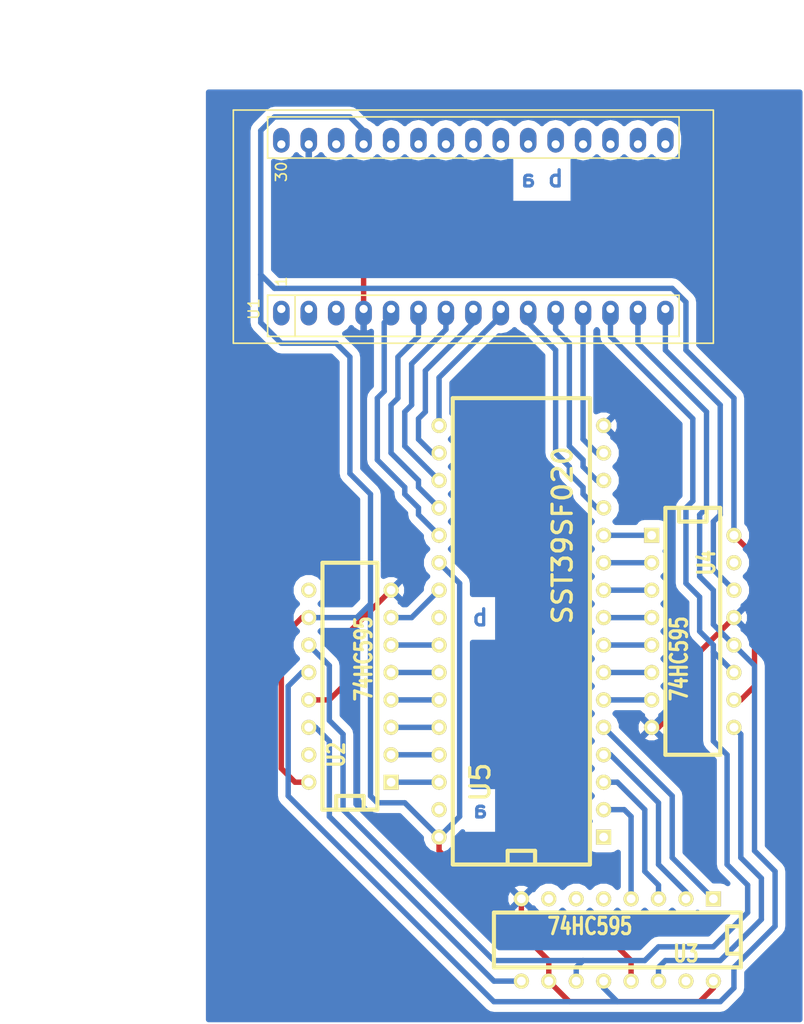
<source format=kicad_pcb>
(kicad_pcb (version 4) (host pcbnew 4.0.5+dfsg1-4)

  (general
    (links 53)
    (no_connects 3)
    (area 9.295001 13.81 83.820001 107.950001)
    (thickness 1.6)
    (drawings 6)
    (tracks 223)
    (zones 0)
    (modules 5)
    (nets 36)
  )

  (page A4 portrait)
  (layers
    (0 F.Cu signal hide)
    (31 B.Cu signal)
    (32 B.Adhes user)
    (33 F.Adhes user)
    (34 B.Paste user)
    (35 F.Paste user)
    (36 B.SilkS user)
    (37 F.SilkS user)
    (38 B.Mask user)
    (39 F.Mask user)
    (40 Dwgs.User user)
    (41 Cmts.User user)
    (42 Eco1.User user)
    (43 Eco2.User user)
    (44 Edge.Cuts user)
    (45 Margin user)
    (46 B.CrtYd user)
    (47 F.CrtYd user)
    (48 B.Fab user)
    (49 F.Fab user)
  )

  (setup
    (last_trace_width 0.5)
    (trace_clearance 0.5)
    (zone_clearance 0.7)
    (zone_45_only yes)
    (trace_min 0.2)
    (segment_width 0.2)
    (edge_width 0.15)
    (via_size 0.6)
    (via_drill 0.4)
    (via_min_size 0.4)
    (via_min_drill 0.3)
    (uvia_size 0.3)
    (uvia_drill 0.1)
    (uvias_allowed no)
    (uvia_min_size 0.2)
    (uvia_min_drill 0.1)
    (pcb_text_width 0.3)
    (pcb_text_size 1.5 1.5)
    (mod_edge_width 0.15)
    (mod_text_size 1 1)
    (mod_text_width 0.15)
    (pad_size 1.524 1.524)
    (pad_drill 0.762)
    (pad_to_mask_clearance 0.2)
    (aux_axis_origin 0 0)
    (visible_elements FFFFFFFF)
    (pcbplotparams
      (layerselection 0x00000_80000000)
      (usegerberextensions false)
      (excludeedgelayer true)
      (linewidth 0.100000)
      (plotframeref true)
      (viasonmask false)
      (mode 1)
      (useauxorigin false)
      (hpglpennumber 1)
      (hpglpenspeed 20)
      (hpglpendiameter 15)
      (hpglpenoverlay 2)
      (psnegative false)
      (psa4output false)
      (plotreference true)
      (plotvalue true)
      (plotinvisibletext false)
      (padsonsilk false)
      (subtractmaskfromsilk false)
      (outputformat 4)
      (mirror false)
      (drillshape 1)
      (scaleselection 1)
      (outputdirectory /home/flo/Code/romprogrammer/board/))
  )

  (net 0 "")
  (net 1 OE)
  (net 2 PGM)
  (net 3 GND)
  (net 4 VCC)
  (net 5 "Net-(U1-Pad15)")
  (net 6 /D0)
  (net 7 /D1)
  (net 8 /D2)
  (net 9 /D7)
  (net 10 /D6)
  (net 11 /D5)
  (net 12 /D4)
  (net 13 /D3)
  (net 14 /A16)
  (net 15 /A15)
  (net 16 /A14)
  (net 17 /A13)
  (net 18 /A12)
  (net 19 /A11)
  (net 20 /A10)
  (net 21 /A17)
  (net 22 /A8)
  (net 23 /A7)
  (net 24 /A6)
  (net 25 /A5)
  (net 26 /A4)
  (net 27 /A3)
  (net 28 /A2)
  (net 29 /A9)
  (net 30 /A0)
  (net 31 /A1)
  (net 32 "Net-(U2-Pad14)")
  (net 33 "Net-(U3-Pad14)")
  (net 34 /SRCLK)
  (net 35 /RCLK)

  (net_class Default "This is the default net class."
    (clearance 0.5)
    (trace_width 0.5)
    (via_dia 0.6)
    (via_drill 0.4)
    (uvia_dia 0.3)
    (uvia_drill 0.1)
    (add_net /A0)
    (add_net /A1)
    (add_net /A10)
    (add_net /A11)
    (add_net /A12)
    (add_net /A13)
    (add_net /A14)
    (add_net /A15)
    (add_net /A16)
    (add_net /A17)
    (add_net /A2)
    (add_net /A3)
    (add_net /A4)
    (add_net /A5)
    (add_net /A6)
    (add_net /A7)
    (add_net /A8)
    (add_net /A9)
    (add_net /D0)
    (add_net /D1)
    (add_net /D2)
    (add_net /D3)
    (add_net /D4)
    (add_net /D5)
    (add_net /D6)
    (add_net /D7)
    (add_net /RCLK)
    (add_net /SRCLK)
    (add_net GND)
    (add_net "Net-(U1-Pad15)")
    (add_net "Net-(U2-Pad14)")
    (add_net "Net-(U3-Pad14)")
    (add_net OE)
    (add_net PGM)
    (add_net VCC)
  )

  (module arduinonano:ARDUINO_NANO_V3 (layer F.Cu) (tedit 58D9053B) (tstamp 58D90A98)
    (at 52.705 33.655 90)
    (path /58D90093)
    (fp_text reference U1 (at -8.255 -19.685 90) (layer F.SilkS)
      (effects (font (size 1 1) (thickness 0.15)))
    )
    (fp_text value ARDUINO_NANO_V3 (at -0.635 21.59 90) (layer F.Fab)
      (effects (font (size 1 1) (thickness 0.15)))
    )
    (fp_line (start -11.43 -21.59) (end -11.43 22.86) (layer F.SilkS) (width 0.15))
    (fp_line (start -11.43 22.86) (end 10.16 22.86) (layer F.SilkS) (width 0.15))
    (fp_line (start 10.16 22.86) (end 10.16 -21.59) (layer F.SilkS) (width 0.15))
    (fp_line (start 10.16 -21.59) (end -11.43 -21.59) (layer F.SilkS) (width 0.15))
    (fp_text user 30 (at 4.445 -17.145 90) (layer F.SilkS)
      (effects (font (size 1 1) (thickness 0.15)))
    )
    (fp_text user 1 (at -5.715 -17.145 90) (layer F.SilkS)
      (effects (font (size 1 1) (thickness 0.15)))
    )
    (fp_line (start -10.795 -15.875) (end -6.985 -15.875) (layer F.SilkS) (width 0.15))
    (fp_line (start 5.715 -18.415) (end 5.715 19.685) (layer F.SilkS) (width 0.15))
    (fp_line (start 5.715 19.685) (end 9.525 19.685) (layer F.SilkS) (width 0.15))
    (fp_line (start 9.525 19.685) (end 9.525 -18.415) (layer F.SilkS) (width 0.15))
    (fp_line (start 9.525 -18.415) (end 5.715 -18.415) (layer F.SilkS) (width 0.15))
    (fp_line (start -10.795 -18.415) (end -6.985 -18.415) (layer F.SilkS) (width 0.15))
    (fp_line (start -6.985 -18.415) (end -6.985 19.685) (layer F.SilkS) (width 0.15))
    (fp_line (start -6.985 19.685) (end -10.795 19.685) (layer F.SilkS) (width 0.15))
    (fp_line (start -10.795 19.685) (end -10.795 -18.415) (layer F.SilkS) (width 0.15))
    (pad 16 thru_hole oval (at 6.985 18.415 90) (size 2.286 1.524) (drill 0.762 (offset 0.381 0)) (layers *.Cu *.Mask))
    (pad 17 thru_hole oval (at 6.985 15.875 90) (size 2.286 1.524) (drill 0.762 (offset 0.381 0)) (layers *.Cu *.Mask))
    (pad 18 thru_hole oval (at 6.985 13.335 90) (size 2.286 1.524) (drill 0.762 (offset 0.381 0)) (layers *.Cu *.Mask))
    (pad 19 thru_hole oval (at 6.985 10.795 90) (size 2.286 1.524) (drill 0.762 (offset 0.381 0)) (layers *.Cu *.Mask))
    (pad 20 thru_hole oval (at 6.985 8.255 90) (size 2.286 1.524) (drill 0.762 (offset 0.381 0)) (layers *.Cu *.Mask)
      (net 1 OE))
    (pad 21 thru_hole oval (at 6.985 5.715 90) (size 2.286 1.524) (drill 0.762 (offset 0.381 0)) (layers *.Cu *.Mask)
      (net 2 PGM))
    (pad 22 thru_hole oval (at 6.985 3.175 90) (size 2.286 1.524) (drill 0.762 (offset 0.381 0)) (layers *.Cu *.Mask))
    (pad 23 thru_hole oval (at 6.985 0.635 90) (size 2.286 1.524) (drill 0.762 (offset 0.381 0)) (layers *.Cu *.Mask))
    (pad 24 thru_hole oval (at 6.985 -1.905 90) (size 2.286 1.524) (drill 0.762 (offset 0.381 0)) (layers *.Cu *.Mask))
    (pad 25 thru_hole oval (at 6.985 -4.445 90) (size 2.286 1.524) (drill 0.762 (offset 0.381 0)) (layers *.Cu *.Mask))
    (pad 26 thru_hole oval (at 6.985 -6.985 90) (size 2.286 1.524) (drill 0.762 (offset 0.381 0)) (layers *.Cu *.Mask))
    (pad 27 thru_hole oval (at 6.985 -9.525 90) (size 2.286 1.524) (drill 0.762 (offset 0.381 0)) (layers *.Cu *.Mask)
      (net 4 VCC))
    (pad 28 thru_hole oval (at 6.985 -12.065 90) (size 2.286 1.524) (drill 0.762 (offset 0.381 0)) (layers *.Cu *.Mask))
    (pad 29 thru_hole oval (at 6.985 -14.605 90) (size 2.286 1.524) (drill 0.762 (offset 0.381 0)) (layers *.Cu *.Mask)
      (net 3 GND))
    (pad 30 thru_hole oval (at 6.985 -17.145 90) (size 2.286 1.524) (drill 0.762 (offset 0.381 0)) (layers *.Cu *.Mask))
    (pad 1 thru_hole oval (at -8.255 -17.145 90) (size 2.286 1.524) (drill 0.762 (offset -0.381 0)) (layers *.Cu *.Mask))
    (pad 2 thru_hole oval (at -8.255 -14.605 90) (size 2.286 1.524) (drill 0.762 (offset -0.381 0)) (layers *.Cu *.Mask))
    (pad 3 thru_hole oval (at -8.255 -12.065 90) (size 2.286 1.524) (drill 0.762 (offset -0.381 0)) (layers *.Cu *.Mask))
    (pad 4 thru_hole oval (at -8.255 -9.525 90) (size 2.286 1.524) (drill 0.762 (offset -0.381 0)) (layers *.Cu *.Mask)
      (net 3 GND))
    (pad 15 thru_hole oval (at -8.255 18.415 90) (size 2.286 1.524) (drill 0.762 (offset -0.381 0)) (layers *.Cu *.Mask)
      (net 5 "Net-(U1-Pad15)"))
    (pad 5 thru_hole oval (at -8.255 -6.985 90) (size 2.286 1.524) (drill 0.762 (offset -0.381 0)) (layers *.Cu *.Mask)
      (net 9 /D7))
    (pad 6 thru_hole oval (at -8.255 -4.445 90) (size 2.286 1.524) (drill 0.762 (offset -0.381 0)) (layers *.Cu *.Mask)
      (net 10 /D6))
    (pad 7 thru_hole oval (at -8.255 -1.905 90) (size 2.286 1.524) (drill 0.762 (offset -0.381 0)) (layers *.Cu *.Mask)
      (net 11 /D5))
    (pad 14 thru_hole oval (at -8.255 15.875 90) (size 2.286 1.524) (drill 0.762 (offset -0.381 0)) (layers *.Cu *.Mask)
      (net 35 /RCLK))
    (pad 13 thru_hole oval (at -8.255 13.335 90) (size 2.286 1.524) (drill 0.762 (offset -0.381 0)) (layers *.Cu *.Mask)
      (net 34 /SRCLK))
    (pad 12 thru_hole oval (at -8.255 10.795 90) (size 2.286 1.524) (drill 0.762 (offset -0.381 0)) (layers *.Cu *.Mask)
      (net 8 /D2))
    (pad 11 thru_hole oval (at -8.255 8.255 90) (size 2.286 1.524) (drill 0.762 (offset -0.381 0)) (layers *.Cu *.Mask)
      (net 7 /D1))
    (pad 10 thru_hole oval (at -8.255 5.715 90) (size 2.286 1.524) (drill 0.762 (offset -0.381 0)) (layers *.Cu *.Mask)
      (net 6 /D0))
    (pad 9 thru_hole oval (at -8.255 3.175 90) (size 2.286 1.524) (drill 0.762 (offset -0.381 0)) (layers *.Cu *.Mask)
      (net 13 /D3))
    (pad 8 thru_hole oval (at -8.255 0.635 90) (size 2.286 1.524) (drill 0.762 (offset -0.381 0)) (layers *.Cu *.Mask)
      (net 12 /D4))
  )

  (module dip_sockets:DIP-16__300 (layer F.Cu) (tedit 200000) (tstamp 58D90AAC)
    (at 41.91 76.835 90)
    (descr "16 pins DIL package, round pads")
    (tags DIL)
    (path /58D8FCD1)
    (fp_text reference U2 (at -6.35 -1.27 90) (layer F.SilkS)
      (effects (font (size 1.524 1.143) (thickness 0.3048)))
    )
    (fp_text value 74HC595 (at 2.54 1.27 90) (layer F.SilkS)
      (effects (font (size 1.524 1.143) (thickness 0.3048)))
    )
    (fp_line (start -11.43 -1.27) (end -11.43 -1.27) (layer F.SilkS) (width 0.381))
    (fp_line (start -11.43 -1.27) (end -10.16 -1.27) (layer F.SilkS) (width 0.381))
    (fp_line (start -10.16 -1.27) (end -10.16 1.27) (layer F.SilkS) (width 0.381))
    (fp_line (start -10.16 1.27) (end -11.43 1.27) (layer F.SilkS) (width 0.381))
    (fp_line (start -11.43 -2.54) (end 11.43 -2.54) (layer F.SilkS) (width 0.381))
    (fp_line (start 11.43 -2.54) (end 11.43 2.54) (layer F.SilkS) (width 0.381))
    (fp_line (start 11.43 2.54) (end -11.43 2.54) (layer F.SilkS) (width 0.381))
    (fp_line (start -11.43 2.54) (end -11.43 -2.54) (layer F.SilkS) (width 0.381))
    (pad 1 thru_hole rect (at -8.89 3.81 90) (size 1.397 1.397) (drill 0.8128) (layers *.Cu *.Mask F.SilkS)
      (net 21 /A17))
    (pad 2 thru_hole circle (at -6.35 3.81 90) (size 1.397 1.397) (drill 0.8128) (layers *.Cu *.Mask F.SilkS)
      (net 16 /A14))
    (pad 3 thru_hole circle (at -3.81 3.81 90) (size 1.397 1.397) (drill 0.8128) (layers *.Cu *.Mask F.SilkS)
      (net 17 /A13))
    (pad 4 thru_hole circle (at -1.27 3.81 90) (size 1.397 1.397) (drill 0.8128) (layers *.Cu *.Mask F.SilkS)
      (net 22 /A8))
    (pad 5 thru_hole circle (at 1.27 3.81 90) (size 1.397 1.397) (drill 0.8128) (layers *.Cu *.Mask F.SilkS)
      (net 29 /A9))
    (pad 6 thru_hole circle (at 3.81 3.81 90) (size 1.397 1.397) (drill 0.8128) (layers *.Cu *.Mask F.SilkS)
      (net 19 /A11))
    (pad 7 thru_hole circle (at 6.35 3.81 90) (size 1.397 1.397) (drill 0.8128) (layers *.Cu *.Mask F.SilkS)
      (net 20 /A10))
    (pad 8 thru_hole circle (at 8.89 3.81 90) (size 1.397 1.397) (drill 0.8128) (layers *.Cu *.Mask F.SilkS)
      (net 3 GND))
    (pad 9 thru_hole circle (at 8.89 -3.81 90) (size 1.397 1.397) (drill 0.8128) (layers *.Cu *.Mask F.SilkS))
    (pad 10 thru_hole circle (at 6.35 -3.81 90) (size 1.397 1.397) (drill 0.8128) (layers *.Cu *.Mask F.SilkS)
      (net 4 VCC))
    (pad 11 thru_hole circle (at 3.81 -3.81 90) (size 1.397 1.397) (drill 0.8128) (layers *.Cu *.Mask F.SilkS)
      (net 34 /SRCLK))
    (pad 12 thru_hole circle (at 1.27 -3.81 90) (size 1.397 1.397) (drill 0.8128) (layers *.Cu *.Mask F.SilkS)
      (net 35 /RCLK))
    (pad 13 thru_hole circle (at -1.27 -3.81 90) (size 1.397 1.397) (drill 0.8128) (layers *.Cu *.Mask F.SilkS)
      (net 3 GND))
    (pad 14 thru_hole circle (at -3.81 -3.81 90) (size 1.397 1.397) (drill 0.8128) (layers *.Cu *.Mask F.SilkS)
      (net 32 "Net-(U2-Pad14)"))
    (pad 15 thru_hole circle (at -6.35 -3.81 90) (size 1.397 1.397) (drill 0.8128) (layers *.Cu *.Mask F.SilkS))
    (pad 16 thru_hole circle (at -8.89 -3.81 90) (size 1.397 1.397) (drill 0.8128) (layers *.Cu *.Mask F.SilkS)
      (net 4 VCC))
    (model dil/dil_16.wrl
      (at (xyz 0 0 0))
      (scale (xyz 1 1 1))
      (rotate (xyz 0 0 0))
    )
  )

  (module dip_sockets:DIP-16__300 (layer F.Cu) (tedit 200000) (tstamp 58D90AC0)
    (at 66.675 100.33 180)
    (descr "16 pins DIL package, round pads")
    (tags DIL)
    (path /58D8FD56)
    (fp_text reference U3 (at -6.35 -1.27 180) (layer F.SilkS)
      (effects (font (size 1.524 1.143) (thickness 0.3048)))
    )
    (fp_text value 74HC595 (at 2.54 1.27 180) (layer F.SilkS)
      (effects (font (size 1.524 1.143) (thickness 0.3048)))
    )
    (fp_line (start -11.43 -1.27) (end -11.43 -1.27) (layer F.SilkS) (width 0.381))
    (fp_line (start -11.43 -1.27) (end -10.16 -1.27) (layer F.SilkS) (width 0.381))
    (fp_line (start -10.16 -1.27) (end -10.16 1.27) (layer F.SilkS) (width 0.381))
    (fp_line (start -10.16 1.27) (end -11.43 1.27) (layer F.SilkS) (width 0.381))
    (fp_line (start -11.43 -2.54) (end 11.43 -2.54) (layer F.SilkS) (width 0.381))
    (fp_line (start 11.43 -2.54) (end 11.43 2.54) (layer F.SilkS) (width 0.381))
    (fp_line (start 11.43 2.54) (end -11.43 2.54) (layer F.SilkS) (width 0.381))
    (fp_line (start -11.43 2.54) (end -11.43 -2.54) (layer F.SilkS) (width 0.381))
    (pad 1 thru_hole rect (at -8.89 3.81 180) (size 1.397 1.397) (drill 0.8128) (layers *.Cu *.Mask F.SilkS)
      (net 23 /A7))
    (pad 2 thru_hole circle (at -6.35 3.81 180) (size 1.397 1.397) (drill 0.8128) (layers *.Cu *.Mask F.SilkS)
      (net 18 /A12))
    (pad 3 thru_hole circle (at -3.81 3.81 180) (size 1.397 1.397) (drill 0.8128) (layers *.Cu *.Mask F.SilkS)
      (net 15 /A15))
    (pad 4 thru_hole circle (at -1.27 3.81 180) (size 1.397 1.397) (drill 0.8128) (layers *.Cu *.Mask F.SilkS)
      (net 14 /A16))
    (pad 5 thru_hole circle (at 1.27 3.81 180) (size 1.397 1.397) (drill 0.8128) (layers *.Cu *.Mask F.SilkS))
    (pad 6 thru_hole circle (at 3.81 3.81 180) (size 1.397 1.397) (drill 0.8128) (layers *.Cu *.Mask F.SilkS))
    (pad 7 thru_hole circle (at 6.35 3.81 180) (size 1.397 1.397) (drill 0.8128) (layers *.Cu *.Mask F.SilkS))
    (pad 8 thru_hole circle (at 8.89 3.81 180) (size 1.397 1.397) (drill 0.8128) (layers *.Cu *.Mask F.SilkS)
      (net 3 GND))
    (pad 9 thru_hole circle (at 8.89 -3.81 180) (size 1.397 1.397) (drill 0.8128) (layers *.Cu *.Mask F.SilkS)
      (net 32 "Net-(U2-Pad14)"))
    (pad 10 thru_hole circle (at 6.35 -3.81 180) (size 1.397 1.397) (drill 0.8128) (layers *.Cu *.Mask F.SilkS)
      (net 4 VCC))
    (pad 11 thru_hole circle (at 3.81 -3.81 180) (size 1.397 1.397) (drill 0.8128) (layers *.Cu *.Mask F.SilkS)
      (net 34 /SRCLK))
    (pad 12 thru_hole circle (at 1.27 -3.81 180) (size 1.397 1.397) (drill 0.8128) (layers *.Cu *.Mask F.SilkS)
      (net 35 /RCLK))
    (pad 13 thru_hole circle (at -1.27 -3.81 180) (size 1.397 1.397) (drill 0.8128) (layers *.Cu *.Mask F.SilkS)
      (net 3 GND))
    (pad 14 thru_hole circle (at -3.81 -3.81 180) (size 1.397 1.397) (drill 0.8128) (layers *.Cu *.Mask F.SilkS)
      (net 33 "Net-(U3-Pad14)"))
    (pad 15 thru_hole circle (at -6.35 -3.81 180) (size 1.397 1.397) (drill 0.8128) (layers *.Cu *.Mask F.SilkS))
    (pad 16 thru_hole circle (at -8.89 -3.81 180) (size 1.397 1.397) (drill 0.8128) (layers *.Cu *.Mask F.SilkS)
      (net 4 VCC))
    (model dil/dil_16.wrl
      (at (xyz 0 0 0))
      (scale (xyz 1 1 1))
      (rotate (xyz 0 0 0))
    )
  )

  (module dip_sockets:DIP-16__300 (layer F.Cu) (tedit 200000) (tstamp 58D90AD4)
    (at 73.66 71.755 270)
    (descr "16 pins DIL package, round pads")
    (tags DIL)
    (path /58D8FD8E)
    (fp_text reference U4 (at -6.35 -1.27 270) (layer F.SilkS)
      (effects (font (size 1.524 1.143) (thickness 0.3048)))
    )
    (fp_text value 74HC595 (at 2.54 1.27 270) (layer F.SilkS)
      (effects (font (size 1.524 1.143) (thickness 0.3048)))
    )
    (fp_line (start -11.43 -1.27) (end -11.43 -1.27) (layer F.SilkS) (width 0.381))
    (fp_line (start -11.43 -1.27) (end -10.16 -1.27) (layer F.SilkS) (width 0.381))
    (fp_line (start -10.16 -1.27) (end -10.16 1.27) (layer F.SilkS) (width 0.381))
    (fp_line (start -10.16 1.27) (end -11.43 1.27) (layer F.SilkS) (width 0.381))
    (fp_line (start -11.43 -2.54) (end 11.43 -2.54) (layer F.SilkS) (width 0.381))
    (fp_line (start 11.43 -2.54) (end 11.43 2.54) (layer F.SilkS) (width 0.381))
    (fp_line (start 11.43 2.54) (end -11.43 2.54) (layer F.SilkS) (width 0.381))
    (fp_line (start -11.43 2.54) (end -11.43 -2.54) (layer F.SilkS) (width 0.381))
    (pad 1 thru_hole rect (at -8.89 3.81 270) (size 1.397 1.397) (drill 0.8128) (layers *.Cu *.Mask F.SilkS)
      (net 30 /A0))
    (pad 2 thru_hole circle (at -6.35 3.81 270) (size 1.397 1.397) (drill 0.8128) (layers *.Cu *.Mask F.SilkS)
      (net 31 /A1))
    (pad 3 thru_hole circle (at -3.81 3.81 270) (size 1.397 1.397) (drill 0.8128) (layers *.Cu *.Mask F.SilkS)
      (net 28 /A2))
    (pad 4 thru_hole circle (at -1.27 3.81 270) (size 1.397 1.397) (drill 0.8128) (layers *.Cu *.Mask F.SilkS)
      (net 27 /A3))
    (pad 5 thru_hole circle (at 1.27 3.81 270) (size 1.397 1.397) (drill 0.8128) (layers *.Cu *.Mask F.SilkS)
      (net 26 /A4))
    (pad 6 thru_hole circle (at 3.81 3.81 270) (size 1.397 1.397) (drill 0.8128) (layers *.Cu *.Mask F.SilkS)
      (net 25 /A5))
    (pad 7 thru_hole circle (at 6.35 3.81 270) (size 1.397 1.397) (drill 0.8128) (layers *.Cu *.Mask F.SilkS)
      (net 24 /A6))
    (pad 8 thru_hole circle (at 8.89 3.81 270) (size 1.397 1.397) (drill 0.8128) (layers *.Cu *.Mask F.SilkS)
      (net 3 GND))
    (pad 9 thru_hole circle (at 8.89 -3.81 270) (size 1.397 1.397) (drill 0.8128) (layers *.Cu *.Mask F.SilkS)
      (net 33 "Net-(U3-Pad14)"))
    (pad 10 thru_hole circle (at 6.35 -3.81 270) (size 1.397 1.397) (drill 0.8128) (layers *.Cu *.Mask F.SilkS)
      (net 4 VCC))
    (pad 11 thru_hole circle (at 3.81 -3.81 270) (size 1.397 1.397) (drill 0.8128) (layers *.Cu *.Mask F.SilkS)
      (net 34 /SRCLK))
    (pad 12 thru_hole circle (at 1.27 -3.81 270) (size 1.397 1.397) (drill 0.8128) (layers *.Cu *.Mask F.SilkS)
      (net 35 /RCLK))
    (pad 13 thru_hole circle (at -1.27 -3.81 270) (size 1.397 1.397) (drill 0.8128) (layers *.Cu *.Mask F.SilkS)
      (net 3 GND))
    (pad 14 thru_hole circle (at -3.81 -3.81 270) (size 1.397 1.397) (drill 0.8128) (layers *.Cu *.Mask F.SilkS)
      (net 5 "Net-(U1-Pad15)"))
    (pad 15 thru_hole circle (at -6.35 -3.81 270) (size 1.397 1.397) (drill 0.8128) (layers *.Cu *.Mask F.SilkS))
    (pad 16 thru_hole circle (at -8.89 -3.81 270) (size 1.397 1.397) (drill 0.8128) (layers *.Cu *.Mask F.SilkS)
      (net 4 VCC))
    (model dil/dil_16.wrl
      (at (xyz 0 0 0))
      (scale (xyz 1 1 1))
      (rotate (xyz 0 0 0))
    )
  )

  (module dip_sockets:DIP-32__600 (layer F.Cu) (tedit 200000) (tstamp 58D90AF8)
    (at 57.785 71.755 90)
    (descr "32 pins DIL package, round pads")
    (tags DIL)
    (path /58D8FDC5)
    (fp_text reference U5 (at -13.97 -3.81 90) (layer F.SilkS)
      (effects (font (size 1.778 1.778) (thickness 0.3048)))
    )
    (fp_text value SST39SF020 (at 8.89 3.81 90) (layer F.SilkS)
      (effects (font (size 1.778 1.778) (thickness 0.3048)))
    )
    (fp_line (start -21.59 -6.35) (end 21.59 -6.35) (layer F.SilkS) (width 0.381))
    (fp_line (start 21.59 -6.35) (end 21.59 6.35) (layer F.SilkS) (width 0.381))
    (fp_line (start 21.59 6.35) (end -21.59 6.35) (layer F.SilkS) (width 0.381))
    (fp_line (start -21.59 6.35) (end -21.59 -6.35) (layer F.SilkS) (width 0.381))
    (fp_line (start -21.59 1.27) (end -20.32 1.27) (layer F.SilkS) (width 0.381))
    (fp_line (start -20.32 1.27) (end -20.32 -1.27) (layer F.SilkS) (width 0.381))
    (fp_line (start -20.32 -1.27) (end -21.59 -1.27) (layer F.SilkS) (width 0.381))
    (pad 1 thru_hole rect (at -19.05 7.62 90) (size 1.397 1.397) (drill 0.8128) (layers *.Cu *.Mask F.SilkS))
    (pad 2 thru_hole circle (at -16.51 7.62 90) (size 1.397 1.397) (drill 0.8128) (layers *.Cu *.Mask F.SilkS)
      (net 14 /A16))
    (pad 3 thru_hole circle (at -13.97 7.62 90) (size 1.397 1.397) (drill 0.8128) (layers *.Cu *.Mask F.SilkS)
      (net 15 /A15))
    (pad 4 thru_hole circle (at -11.43 7.62 90) (size 1.397 1.397) (drill 0.8128) (layers *.Cu *.Mask F.SilkS)
      (net 18 /A12))
    (pad 5 thru_hole circle (at -8.89 7.62 90) (size 1.397 1.397) (drill 0.8128) (layers *.Cu *.Mask F.SilkS)
      (net 23 /A7))
    (pad 6 thru_hole circle (at -6.35 7.62 90) (size 1.397 1.397) (drill 0.8128) (layers *.Cu *.Mask F.SilkS)
      (net 24 /A6))
    (pad 7 thru_hole circle (at -3.81 7.62 90) (size 1.397 1.397) (drill 0.8128) (layers *.Cu *.Mask F.SilkS)
      (net 25 /A5))
    (pad 8 thru_hole circle (at -1.27 7.62 90) (size 1.397 1.397) (drill 0.8128) (layers *.Cu *.Mask F.SilkS)
      (net 26 /A4))
    (pad 9 thru_hole circle (at 1.27 7.62 90) (size 1.397 1.397) (drill 0.8128) (layers *.Cu *.Mask F.SilkS)
      (net 27 /A3))
    (pad 10 thru_hole circle (at 3.81 7.62 90) (size 1.397 1.397) (drill 0.8128) (layers *.Cu *.Mask F.SilkS)
      (net 28 /A2))
    (pad 11 thru_hole circle (at 6.35 7.62 90) (size 1.397 1.397) (drill 0.8128) (layers *.Cu *.Mask F.SilkS)
      (net 31 /A1))
    (pad 12 thru_hole circle (at 8.89 7.62 90) (size 1.397 1.397) (drill 0.8128) (layers *.Cu *.Mask F.SilkS)
      (net 30 /A0))
    (pad 13 thru_hole circle (at 11.43 7.62 90) (size 1.397 1.397) (drill 0.8128) (layers *.Cu *.Mask F.SilkS)
      (net 6 /D0))
    (pad 14 thru_hole circle (at 13.97 7.62 90) (size 1.397 1.397) (drill 0.8128) (layers *.Cu *.Mask F.SilkS)
      (net 7 /D1))
    (pad 15 thru_hole circle (at 16.51 7.62 90) (size 1.397 1.397) (drill 0.8128) (layers *.Cu *.Mask F.SilkS)
      (net 8 /D2))
    (pad 16 thru_hole circle (at 19.05 7.62 90) (size 1.397 1.397) (drill 0.8128) (layers *.Cu *.Mask F.SilkS)
      (net 3 GND))
    (pad 17 thru_hole circle (at 19.05 -7.62 90) (size 1.397 1.397) (drill 0.8128) (layers *.Cu *.Mask F.SilkS)
      (net 13 /D3))
    (pad 18 thru_hole circle (at 16.51 -7.62 90) (size 1.397 1.397) (drill 0.8128) (layers *.Cu *.Mask F.SilkS)
      (net 12 /D4))
    (pad 19 thru_hole circle (at 13.97 -7.62 90) (size 1.397 1.397) (drill 0.8128) (layers *.Cu *.Mask F.SilkS)
      (net 11 /D5))
    (pad 20 thru_hole circle (at 11.43 -7.62 90) (size 1.397 1.397) (drill 0.8128) (layers *.Cu *.Mask F.SilkS)
      (net 10 /D6))
    (pad 21 thru_hole circle (at 8.89 -7.62 90) (size 1.397 1.397) (drill 0.8128) (layers *.Cu *.Mask F.SilkS)
      (net 9 /D7))
    (pad 22 thru_hole circle (at 6.35 -7.62 90) (size 1.397 1.397) (drill 0.8128) (layers *.Cu *.Mask F.SilkS)
      (net 4 VCC))
    (pad 23 thru_hole circle (at 3.81 -7.62 90) (size 1.397 1.397) (drill 0.8128) (layers *.Cu *.Mask F.SilkS)
      (net 20 /A10))
    (pad 24 thru_hole circle (at 1.27 -7.62 90) (size 1.397 1.397) (drill 0.8128) (layers *.Cu *.Mask F.SilkS)
      (net 1 OE))
    (pad 25 thru_hole circle (at -1.27 -7.62 90) (size 1.397 1.397) (drill 0.8128) (layers *.Cu *.Mask F.SilkS)
      (net 19 /A11))
    (pad 26 thru_hole circle (at -3.81 -7.62 90) (size 1.397 1.397) (drill 0.8128) (layers *.Cu *.Mask F.SilkS)
      (net 29 /A9))
    (pad 27 thru_hole circle (at -6.35 -7.62 90) (size 1.397 1.397) (drill 0.8128) (layers *.Cu *.Mask F.SilkS)
      (net 22 /A8))
    (pad 28 thru_hole circle (at -8.89 -7.62 90) (size 1.397 1.397) (drill 0.8128) (layers *.Cu *.Mask F.SilkS)
      (net 17 /A13))
    (pad 29 thru_hole circle (at -11.43 -7.62 90) (size 1.397 1.397) (drill 0.8128) (layers *.Cu *.Mask F.SilkS)
      (net 16 /A14))
    (pad 30 thru_hole circle (at -13.97 -7.62 90) (size 1.397 1.397) (drill 0.8128) (layers *.Cu *.Mask F.SilkS)
      (net 21 /A17))
    (pad 31 thru_hole circle (at -16.51 -7.62 90) (size 1.397 1.397) (drill 0.8128) (layers *.Cu *.Mask F.SilkS)
      (net 2 PGM))
    (pad 32 thru_hole circle (at -19.05 -7.62 90) (size 1.397 1.397) (drill 0.8128) (layers *.Cu *.Mask F.SilkS)
      (net 4 VCC))
    (model dil/dil_32-w600.wrl
      (at (xyz 0 0 0))
      (scale (xyz 1 1 1))
      (rotate (xyz 0 0 0))
    )
  )

  (dimension 55.245 (width 0.3) (layer Dwgs.User)
    (gr_text "55,245 mm" (at 56.1975 15.16) (layer Dwgs.User)
      (effects (font (size 1.5 1.5) (thickness 0.3)))
    )
    (feature1 (pts (xy 83.82 21.59) (xy 83.82 13.81)))
    (feature2 (pts (xy 28.575 21.59) (xy 28.575 13.81)))
    (crossbar (pts (xy 28.575 16.51) (xy 83.82 16.51)))
    (arrow1a (pts (xy 83.82 16.51) (xy 82.693496 17.096421)))
    (arrow1b (pts (xy 83.82 16.51) (xy 82.693496 15.923579)))
    (arrow2a (pts (xy 28.575 16.51) (xy 29.701504 17.096421)))
    (arrow2b (pts (xy 28.575 16.51) (xy 29.701504 15.923579)))
  )
  (dimension 86.36 (width 0.3) (layer Dwgs.User)
    (gr_text "86,360 mm" (at 15.795 64.77 270) (layer Dwgs.User)
      (effects (font (size 1.5 1.5) (thickness 0.3)))
    )
    (feature1 (pts (xy 28.575 107.95) (xy 14.445 107.95)))
    (feature2 (pts (xy 28.575 21.59) (xy 14.445 21.59)))
    (crossbar (pts (xy 17.145 21.59) (xy 17.145 107.95)))
    (arrow1a (pts (xy 17.145 107.95) (xy 16.558579 106.823496)))
    (arrow1b (pts (xy 17.145 107.95) (xy 17.731421 106.823496)))
    (arrow2a (pts (xy 17.145 21.59) (xy 16.558579 22.716504)))
    (arrow2b (pts (xy 17.145 21.59) (xy 17.731421 22.716504)))
  )
  (gr_text b (at 60.96 29.845) (layer B.Cu)
    (effects (font (size 1.5 1.5) (thickness 0.3)) (justify mirror))
  )
  (gr_text a (at 58.42 29.845) (layer B.Cu)
    (effects (font (size 1.5 1.5) (thickness 0.3)) (justify mirror))
  )
  (gr_text b (at 53.975 70.485) (layer B.Cu)
    (effects (font (size 1.5 1.5) (thickness 0.3)) (justify mirror))
  )
  (gr_text a (at 53.975 88.265) (layer B.Cu)
    (effects (font (size 1.5 1.5) (thickness 0.3)) (justify mirror))
  )

  (segment (start 38.1 26.67) (end 38.1 30.48) (width 0.5) (layer F.Cu) (net 3))
  (segment (start 38.1 30.48) (end 43.18 35.56) (width 0.5) (layer F.Cu) (net 3) (tstamp 58DD2CDA))
  (segment (start 43.18 35.56) (end 43.18 41.91) (width 0.5) (layer F.Cu) (net 3) (tstamp 58DD2CDC))
  (segment (start 57.785 96.52) (end 57.785 97.79) (width 0.5) (layer F.Cu) (net 3))
  (segment (start 67.945 102.235) (end 67.945 104.14) (width 0.5) (layer F.Cu) (net 3) (tstamp 58DD2C99))
  (segment (start 66.04 100.33) (end 67.945 102.235) (width 0.5) (layer F.Cu) (net 3) (tstamp 58DD2C98))
  (segment (start 60.325 100.33) (end 66.04 100.33) (width 0.5) (layer F.Cu) (net 3) (tstamp 58DD2C96))
  (segment (start 57.785 97.79) (end 60.325 100.33) (width 0.5) (layer F.Cu) (net 3) (tstamp 58DD2C95))
  (segment (start 38.1 78.105) (end 40.005 78.105) (width 0.5) (layer F.Cu) (net 3))
  (segment (start 41.275 72.39) (end 45.72 67.945) (width 0.5) (layer F.Cu) (net 3) (tstamp 58DD2C8B))
  (segment (start 41.275 76.835) (end 41.275 72.39) (width 0.5) (layer F.Cu) (net 3) (tstamp 58DD2C8A))
  (segment (start 40.005 78.105) (end 41.275 76.835) (width 0.5) (layer F.Cu) (net 3) (tstamp 58DD2C89))
  (segment (start 69.85 80.645) (end 70.485 80.645) (width 0.5) (layer F.Cu) (net 3))
  (segment (start 70.485 80.645) (end 73.025 78.105) (width 0.5) (layer F.Cu) (net 3) (tstamp 58DD2C82))
  (segment (start 73.025 74.93) (end 77.47 70.485) (width 0.5) (layer F.Cu) (net 3) (tstamp 58DD2C85))
  (segment (start 73.025 78.105) (end 73.025 74.93) (width 0.5) (layer F.Cu) (net 3) (tstamp 58DD2C83))
  (segment (start 38.1 26.67) (end 38.1 36.83) (width 0.5) (layer B.Cu) (net 3))
  (segment (start 79.375 68.58) (end 77.47 70.485) (width 0.5) (layer B.Cu) (net 3) (tstamp 58DD2C69))
  (segment (start 79.375 62.23) (end 79.375 68.58) (width 0.5) (layer B.Cu) (net 3) (tstamp 58DD2C68))
  (segment (start 78.74 61.595) (end 79.375 62.23) (width 0.5) (layer B.Cu) (net 3) (tstamp 58DD2C67))
  (segment (start 78.74 49.53) (end 78.74 61.595) (width 0.5) (layer B.Cu) (net 3) (tstamp 58DD2C65))
  (segment (start 74.295 45.085) (end 78.74 49.53) (width 0.5) (layer B.Cu) (net 3) (tstamp 58DD2C63))
  (segment (start 74.295 40.64) (end 74.295 45.085) (width 0.5) (layer B.Cu) (net 3) (tstamp 58DD2C62))
  (segment (start 72.39 38.735) (end 74.295 40.64) (width 0.5) (layer B.Cu) (net 3) (tstamp 58DD2C61))
  (segment (start 40.005 38.735) (end 72.39 38.735) (width 0.5) (layer B.Cu) (net 3) (tstamp 58DD2C60))
  (segment (start 38.1 36.83) (end 40.005 38.735) (width 0.5) (layer B.Cu) (net 3) (tstamp 58DD2C5F))
  (segment (start 43.18 41.91) (end 43.18 42.545) (width 0.5) (layer B.Cu) (net 3))
  (segment (start 43.18 26.67) (end 43.18 25.4) (width 0.5) (layer B.Cu) (net 4))
  (segment (start 33.655 25.4) (end 33.655 38.735) (width 0.5) (layer B.Cu) (net 4) (tstamp 58DD2CB8))
  (segment (start 34.925 24.13) (end 33.655 25.4) (width 0.5) (layer B.Cu) (net 4) (tstamp 58DD2CB7))
  (segment (start 41.91 24.13) (end 34.925 24.13) (width 0.5) (layer B.Cu) (net 4) (tstamp 58DD2CB6))
  (segment (start 43.18 25.4) (end 41.91 24.13) (width 0.5) (layer B.Cu) (net 4) (tstamp 58DD2CB5))
  (segment (start 77.47 78.105) (end 78.105 78.105) (width 0.5) (layer F.Cu) (net 4))
  (segment (start 78.105 78.105) (end 79.375 76.835) (width 0.5) (layer F.Cu) (net 4) (tstamp 58DD2CA5))
  (segment (start 79.375 76.835) (end 79.375 64.77) (width 0.5) (layer F.Cu) (net 4) (tstamp 58DD2CA6))
  (segment (start 79.375 64.77) (end 77.47 62.865) (width 0.5) (layer F.Cu) (net 4) (tstamp 58DD2CA7))
  (segment (start 60.325 104.14) (end 62.23 106.045) (width 0.5) (layer F.Cu) (net 4))
  (segment (start 74.295 106.045) (end 75.565 104.775) (width 0.5) (layer F.Cu) (net 4) (tstamp 58DD2CA1))
  (segment (start 62.23 106.045) (end 74.295 106.045) (width 0.5) (layer F.Cu) (net 4) (tstamp 58DD2CA0))
  (segment (start 75.565 104.775) (end 75.565 104.14) (width 0.5) (layer F.Cu) (net 4) (tstamp 58DD2CA2))
  (segment (start 50.165 90.805) (end 50.165 92.075) (width 0.5) (layer F.Cu) (net 4))
  (segment (start 60.325 102.235) (end 60.325 104.14) (width 0.5) (layer F.Cu) (net 4) (tstamp 58DD2C9D))
  (segment (start 50.165 92.075) (end 60.325 102.235) (width 0.5) (layer F.Cu) (net 4) (tstamp 58DD2C9C))
  (segment (start 38.1 70.485) (end 37.465 70.485) (width 0.5) (layer F.Cu) (net 4))
  (segment (start 37.465 70.485) (end 35.56 72.39) (width 0.5) (layer F.Cu) (net 4) (tstamp 58DD2C8F))
  (segment (start 36.83 85.725) (end 38.1 85.725) (width 0.5) (layer F.Cu) (net 4) (tstamp 58DD2C92))
  (segment (start 35.56 84.455) (end 36.83 85.725) (width 0.5) (layer F.Cu) (net 4) (tstamp 58DD2C91))
  (segment (start 35.56 72.39) (end 35.56 84.455) (width 0.5) (layer F.Cu) (net 4) (tstamp 58DD2C90))
  (segment (start 77.47 62.865) (end 77.47 50.165) (width 0.5) (layer B.Cu) (net 4))
  (segment (start 71.755 40.005) (end 34.925 40.005) (width 0.5) (layer B.Cu) (net 4) (tstamp 58DD2BA4))
  (segment (start 73.025 41.275) (end 71.755 40.005) (width 0.5) (layer B.Cu) (net 4) (tstamp 58DD2BA3))
  (segment (start 73.025 45.72) (end 73.025 41.275) (width 0.5) (layer B.Cu) (net 4) (tstamp 58DD2BA2))
  (segment (start 77.47 50.165) (end 73.025 45.72) (width 0.5) (layer B.Cu) (net 4) (tstamp 58DD2BA1))
  (segment (start 50.165 90.805) (end 52.07 88.9) (width 0.5) (layer B.Cu) (net 4))
  (segment (start 52.07 67.31) (end 50.165 65.405) (width 0.5) (layer B.Cu) (net 4) (tstamp 58DD2B59))
  (segment (start 52.07 88.9) (end 52.07 67.31) (width 0.5) (layer B.Cu) (net 4) (tstamp 58DD2B58))
  (segment (start 43.815 69.215) (end 43.815 86.995) (width 0.5) (layer B.Cu) (net 4))
  (segment (start 46.99 87.63) (end 50.165 90.805) (width 0.5) (layer B.Cu) (net 4) (tstamp 58DD2B55))
  (segment (start 44.45 87.63) (end 46.99 87.63) (width 0.5) (layer B.Cu) (net 4) (tstamp 58DD2B54))
  (segment (start 43.815 86.995) (end 44.45 87.63) (width 0.5) (layer B.Cu) (net 4) (tstamp 58DD2B53))
  (segment (start 42.545 70.485) (end 38.1 70.485) (width 0.5) (layer B.Cu) (net 4) (tstamp 58DD2B50))
  (segment (start 43.815 69.215) (end 42.545 70.485) (width 0.5) (layer B.Cu) (net 4) (tstamp 58DD2B4F))
  (segment (start 43.815 59.055) (end 43.815 69.215) (width 0.5) (layer B.Cu) (net 4) (tstamp 58DD2B4E))
  (segment (start 34.925 40.005) (end 33.655 38.735) (width 0.5) (layer B.Cu) (net 4) (tstamp 58DD2B47))
  (segment (start 33.655 38.735) (end 33.655 43.18) (width 0.5) (layer B.Cu) (net 4) (tstamp 58DD2B48))
  (segment (start 33.655 43.18) (end 35.56 45.085) (width 0.5) (layer B.Cu) (net 4) (tstamp 58DD2B49))
  (segment (start 35.56 45.085) (end 40.64 45.085) (width 0.5) (layer B.Cu) (net 4) (tstamp 58DD2B4A))
  (segment (start 40.64 45.085) (end 41.91 46.355) (width 0.5) (layer B.Cu) (net 4) (tstamp 58DD2B4B))
  (segment (start 41.91 46.355) (end 41.91 57.15) (width 0.5) (layer B.Cu) (net 4) (tstamp 58DD2B4C))
  (segment (start 41.91 57.15) (end 43.815 59.055) (width 0.5) (layer B.Cu) (net 4) (tstamp 58DD2B4D))
  (segment (start 71.12 41.91) (end 71.12 45.72) (width 0.5) (layer B.Cu) (net 5))
  (segment (start 75.565 66.04) (end 77.47 67.945) (width 0.5) (layer B.Cu) (net 5) (tstamp 58DD2B9E))
  (segment (start 75.565 61.595) (end 75.565 66.04) (width 0.5) (layer B.Cu) (net 5) (tstamp 58DD2B9D))
  (segment (start 76.2 60.96) (end 75.565 61.595) (width 0.5) (layer B.Cu) (net 5) (tstamp 58DD2B9C))
  (segment (start 76.2 50.8) (end 76.2 60.96) (width 0.5) (layer B.Cu) (net 5) (tstamp 58DD2B9B))
  (segment (start 71.12 45.72) (end 76.2 50.8) (width 0.5) (layer B.Cu) (net 5) (tstamp 58DD2B9A))
  (segment (start 58.42 41.91) (end 58.42 43.18) (width 0.5) (layer B.Cu) (net 6))
  (segment (start 58.42 43.18) (end 60.96 45.72) (width 0.5) (layer B.Cu) (net 6) (tstamp 58DD2C0E))
  (segment (start 63.5 59.055) (end 64.77 60.325) (width 0.5) (layer B.Cu) (net 6) (tstamp 58DD2C15))
  (segment (start 63.5 58.42) (end 63.5 59.055) (width 0.5) (layer B.Cu) (net 6) (tstamp 58DD2C14))
  (segment (start 62.23 57.15) (end 63.5 58.42) (width 0.5) (layer B.Cu) (net 6) (tstamp 58DD2C13))
  (segment (start 62.23 56.515) (end 62.23 57.15) (width 0.5) (layer B.Cu) (net 6) (tstamp 58DD2C12))
  (segment (start 60.96 55.245) (end 62.23 56.515) (width 0.5) (layer B.Cu) (net 6) (tstamp 58DD2C11))
  (segment (start 60.96 45.72) (end 60.96 55.245) (width 0.5) (layer B.Cu) (net 6) (tstamp 58DD2C0F))
  (segment (start 64.77 60.325) (end 65.405 60.325) (width 0.5) (layer B.Cu) (net 6) (tstamp 58DD2C16))
  (segment (start 60.96 41.91) (end 60.96 43.815) (width 0.5) (layer B.Cu) (net 7))
  (segment (start 63.5 56.515) (end 64.77 57.785) (width 0.5) (layer B.Cu) (net 7) (tstamp 58DD2C0A))
  (segment (start 63.5 55.88) (end 63.5 56.515) (width 0.5) (layer B.Cu) (net 7) (tstamp 58DD2C09))
  (segment (start 62.23 54.61) (end 63.5 55.88) (width 0.5) (layer B.Cu) (net 7) (tstamp 58DD2C08))
  (segment (start 62.23 45.085) (end 62.23 54.61) (width 0.5) (layer B.Cu) (net 7) (tstamp 58DD2C07))
  (segment (start 60.96 43.815) (end 62.23 45.085) (width 0.5) (layer B.Cu) (net 7) (tstamp 58DD2C06))
  (segment (start 64.77 57.785) (end 65.405 57.785) (width 0.5) (layer B.Cu) (net 7) (tstamp 58DD2C0B))
  (segment (start 63.5 41.91) (end 63.5 53.975) (width 0.5) (layer B.Cu) (net 8))
  (segment (start 63.5 53.975) (end 64.77 55.245) (width 0.5) (layer B.Cu) (net 8) (tstamp 58DD2C02))
  (segment (start 64.77 55.245) (end 65.405 55.245) (width 0.5) (layer B.Cu) (net 8) (tstamp 58DD2C03))
  (segment (start 45.72 41.91) (end 45.72 42.545) (width 0.5) (layer B.Cu) (net 9))
  (segment (start 45.72 42.545) (end 45.085 43.18) (width 0.5) (layer B.Cu) (net 9) (tstamp 58DD2C39))
  (segment (start 48.26 60.96) (end 50.165 62.865) (width 0.5) (layer B.Cu) (net 9) (tstamp 58DD2C42))
  (segment (start 48.26 60.325) (end 48.26 60.96) (width 0.5) (layer B.Cu) (net 9) (tstamp 58DD2C41))
  (segment (start 46.99 59.055) (end 48.26 60.325) (width 0.5) (layer B.Cu) (net 9) (tstamp 58DD2C40))
  (segment (start 46.99 58.42) (end 46.99 59.055) (width 0.5) (layer B.Cu) (net 9) (tstamp 58DD2C3F))
  (segment (start 44.45 55.88) (end 46.99 58.42) (width 0.5) (layer B.Cu) (net 9) (tstamp 58DD2C3D))
  (segment (start 44.45 50.165) (end 44.45 55.88) (width 0.5) (layer B.Cu) (net 9) (tstamp 58DD2C3C))
  (segment (start 45.085 49.53) (end 44.45 50.165) (width 0.5) (layer B.Cu) (net 9) (tstamp 58DD2C3B))
  (segment (start 45.085 43.18) (end 45.085 49.53) (width 0.5) (layer B.Cu) (net 9) (tstamp 58DD2C3A))
  (segment (start 48.26 41.91) (end 48.26 44.45) (width 0.5) (layer B.Cu) (net 10))
  (segment (start 48.26 58.42) (end 50.165 60.325) (width 0.5) (layer B.Cu) (net 10) (tstamp 58DD2C36))
  (segment (start 48.26 57.785) (end 48.26 58.42) (width 0.5) (layer B.Cu) (net 10) (tstamp 58DD2C35))
  (segment (start 45.72 55.245) (end 48.26 57.785) (width 0.5) (layer B.Cu) (net 10) (tstamp 58DD2C33))
  (segment (start 45.72 50.8) (end 45.72 55.245) (width 0.5) (layer B.Cu) (net 10) (tstamp 58DD2C32))
  (segment (start 46.355 50.165) (end 45.72 50.8) (width 0.5) (layer B.Cu) (net 10) (tstamp 58DD2C31))
  (segment (start 46.355 46.355) (end 46.355 50.165) (width 0.5) (layer B.Cu) (net 10) (tstamp 58DD2C30))
  (segment (start 48.26 44.45) (end 46.355 46.355) (width 0.5) (layer B.Cu) (net 10) (tstamp 58DD2C2F))
  (segment (start 50.8 41.91) (end 50.8 43.815) (width 0.5) (layer B.Cu) (net 11))
  (segment (start 46.99 54.61) (end 50.165 57.785) (width 0.5) (layer B.Cu) (net 11) (tstamp 58DD2C2B))
  (segment (start 46.99 51.435) (end 46.99 54.61) (width 0.5) (layer B.Cu) (net 11) (tstamp 58DD2C2A))
  (segment (start 47.625 50.8) (end 46.99 51.435) (width 0.5) (layer B.Cu) (net 11) (tstamp 58DD2C29))
  (segment (start 47.625 46.99) (end 47.625 50.8) (width 0.5) (layer B.Cu) (net 11) (tstamp 58DD2C28))
  (segment (start 50.8 43.815) (end 47.625 46.99) (width 0.5) (layer B.Cu) (net 11) (tstamp 58DD2C27))
  (segment (start 53.34 41.91) (end 53.34 43.18) (width 0.5) (layer B.Cu) (net 12))
  (segment (start 53.34 43.18) (end 48.895 47.625) (width 0.5) (layer B.Cu) (net 12) (tstamp 58DD2C1E))
  (segment (start 48.26 53.975) (end 49.53 55.245) (width 0.5) (layer B.Cu) (net 12) (tstamp 58DD2C23))
  (segment (start 48.26 52.07) (end 48.26 53.975) (width 0.5) (layer B.Cu) (net 12) (tstamp 58DD2C22))
  (segment (start 48.895 51.435) (end 48.26 52.07) (width 0.5) (layer B.Cu) (net 12) (tstamp 58DD2C21))
  (segment (start 48.895 47.625) (end 48.895 51.435) (width 0.5) (layer B.Cu) (net 12) (tstamp 58DD2C1F))
  (segment (start 49.53 55.245) (end 50.165 55.245) (width 0.5) (layer B.Cu) (net 12) (tstamp 58DD2C24))
  (segment (start 55.88 41.91) (end 55.88 42.545) (width 0.5) (layer B.Cu) (net 13))
  (segment (start 55.88 42.545) (end 50.165 48.26) (width 0.5) (layer B.Cu) (net 13) (tstamp 58DD2C19))
  (segment (start 50.165 48.26) (end 50.165 52.705) (width 0.5) (layer B.Cu) (net 13) (tstamp 58DD2C1A))
  (segment (start 67.945 96.52) (end 67.945 88.9) (width 0.5) (layer B.Cu) (net 14))
  (segment (start 67.31 88.265) (end 65.405 88.265) (width 0.5) (layer B.Cu) (net 14) (tstamp 58DD2BD7))
  (segment (start 67.945 88.9) (end 67.31 88.265) (width 0.5) (layer B.Cu) (net 14) (tstamp 58DD2BD6))
  (segment (start 70.485 96.52) (end 70.485 95.25) (width 0.5) (layer B.Cu) (net 15))
  (segment (start 66.675 85.725) (end 65.405 85.725) (width 0.5) (layer B.Cu) (net 15) (tstamp 58DD2BDD))
  (segment (start 69.215 88.265) (end 66.675 85.725) (width 0.5) (layer B.Cu) (net 15) (tstamp 58DD2BDC))
  (segment (start 69.215 93.98) (end 69.215 88.265) (width 0.5) (layer B.Cu) (net 15) (tstamp 58DD2BDB))
  (segment (start 70.485 95.25) (end 69.215 93.98) (width 0.5) (layer B.Cu) (net 15) (tstamp 58DD2BDA))
  (segment (start 45.72 83.185) (end 50.165 83.185) (width 0.5) (layer B.Cu) (net 16))
  (segment (start 45.72 80.645) (end 50.165 80.645) (width 0.5) (layer B.Cu) (net 17))
  (segment (start 65.405 83.185) (end 66.04 83.185) (width 0.5) (layer B.Cu) (net 18))
  (segment (start 66.04 83.185) (end 70.485 87.63) (width 0.5) (layer B.Cu) (net 18) (tstamp 58DD2BE0))
  (segment (start 70.485 93.345) (end 73.025 95.885) (width 0.5) (layer B.Cu) (net 18) (tstamp 58DD2BE3))
  (segment (start 70.485 87.63) (end 70.485 93.345) (width 0.5) (layer B.Cu) (net 18) (tstamp 58DD2BE1))
  (segment (start 73.025 95.885) (end 73.025 96.52) (width 0.5) (layer B.Cu) (net 18) (tstamp 58DD2BE5))
  (segment (start 45.72 73.025) (end 50.165 73.025) (width 0.5) (layer B.Cu) (net 19))
  (segment (start 45.72 70.485) (end 47.625 70.485) (width 0.5) (layer B.Cu) (net 20))
  (segment (start 47.625 70.485) (end 50.165 67.945) (width 0.5) (layer B.Cu) (net 20) (tstamp 58DD2B5C))
  (segment (start 45.72 85.725) (end 50.165 85.725) (width 0.5) (layer B.Cu) (net 21))
  (segment (start 45.72 78.105) (end 50.165 78.105) (width 0.5) (layer B.Cu) (net 22))
  (segment (start 75.565 96.52) (end 71.755 92.71) (width 0.5) (layer B.Cu) (net 23))
  (segment (start 71.755 86.995) (end 65.405 80.645) (width 0.5) (layer B.Cu) (net 23) (tstamp 58DD2BE9))
  (segment (start 71.755 92.71) (end 71.755 86.995) (width 0.5) (layer B.Cu) (net 23) (tstamp 58DD2BE8))
  (segment (start 69.85 78.105) (end 65.405 78.105) (width 0.5) (layer B.Cu) (net 24))
  (segment (start 65.405 75.565) (end 69.85 75.565) (width 0.5) (layer B.Cu) (net 25))
  (segment (start 69.85 73.025) (end 65.405 73.025) (width 0.5) (layer B.Cu) (net 26))
  (segment (start 65.405 70.485) (end 69.85 70.485) (width 0.5) (layer B.Cu) (net 27))
  (segment (start 69.85 67.945) (end 65.405 67.945) (width 0.5) (layer B.Cu) (net 28))
  (segment (start 45.72 75.565) (end 50.165 75.565) (width 0.5) (layer B.Cu) (net 29))
  (segment (start 69.85 62.865) (end 65.405 62.865) (width 0.5) (layer B.Cu) (net 30))
  (segment (start 65.405 65.405) (end 69.85 65.405) (width 0.5) (layer B.Cu) (net 31))
  (segment (start 57.785 104.14) (end 55.245 104.14) (width 0.5) (layer B.Cu) (net 32))
  (segment (start 40.005 81.915) (end 38.735 80.645) (width 0.5) (layer B.Cu) (net 32) (tstamp 58DD2BD2))
  (segment (start 40.005 88.9) (end 40.005 81.915) (width 0.5) (layer B.Cu) (net 32) (tstamp 58DD2BD0))
  (segment (start 55.245 104.14) (end 40.005 88.9) (width 0.5) (layer B.Cu) (net 32) (tstamp 58DD2BCF))
  (segment (start 38.735 80.645) (end 38.1 80.645) (width 0.5) (layer B.Cu) (net 32) (tstamp 58DD2BD3))
  (segment (start 77.47 80.645) (end 78.105 81.28) (width 0.5) (layer B.Cu) (net 33))
  (segment (start 70.485 102.87) (end 70.485 104.14) (width 0.5) (layer B.Cu) (net 33) (tstamp 58DD2BC2))
  (segment (start 71.12 102.235) (end 70.485 102.87) (width 0.5) (layer B.Cu) (net 33) (tstamp 58DD2BC1))
  (segment (start 76.2 102.235) (end 71.12 102.235) (width 0.5) (layer B.Cu) (net 33) (tstamp 58DD2BBF))
  (segment (start 80.01 98.425) (end 76.2 102.235) (width 0.5) (layer B.Cu) (net 33) (tstamp 58DD2BBD))
  (segment (start 80.01 94.615) (end 80.01 98.425) (width 0.5) (layer B.Cu) (net 33) (tstamp 58DD2BBC))
  (segment (start 78.105 92.71) (end 80.01 94.615) (width 0.5) (layer B.Cu) (net 33) (tstamp 58DD2BBB))
  (segment (start 78.105 81.28) (end 78.105 92.71) (width 0.5) (layer B.Cu) (net 33) (tstamp 58DD2BBA))
  (segment (start 62.865 104.14) (end 62.865 102.87) (width 0.5) (layer B.Cu) (net 34))
  (segment (start 62.865 102.87) (end 63.5 102.235) (width 0.5) (layer B.Cu) (net 34) (tstamp 58DD2BCA))
  (segment (start 77.47 75.565) (end 75.565 73.66) (width 0.5) (layer B.Cu) (net 34))
  (segment (start 38.1 73.025) (end 40.005 74.93) (width 0.5) (layer B.Cu) (net 34))
  (segment (start 55.245 102.235) (end 63.5 102.235) (width 0.5) (layer B.Cu) (net 34) (tstamp 58DD2B6F))
  (segment (start 41.275 88.265) (end 55.245 102.235) (width 0.5) (layer B.Cu) (net 34) (tstamp 58DD2B6E))
  (segment (start 41.275 81.28) (end 41.275 88.265) (width 0.5) (layer B.Cu) (net 34) (tstamp 58DD2B6D))
  (segment (start 40.005 80.01) (end 41.275 81.28) (width 0.5) (layer B.Cu) (net 34) (tstamp 58DD2B6C))
  (segment (start 40.005 74.93) (end 40.005 80.01) (width 0.5) (layer B.Cu) (net 34) (tstamp 58DD2B6B))
  (segment (start 63.5 102.235) (end 69.215 102.235) (width 0.5) (layer B.Cu) (net 34) (tstamp 58DD2BCD))
  (segment (start 75.565 81.915) (end 75.565 73.66) (width 0.5) (layer B.Cu) (net 34) (tstamp 58DD2B77))
  (segment (start 76.835 83.185) (end 75.565 81.915) (width 0.5) (layer B.Cu) (net 34) (tstamp 58DD2B76))
  (segment (start 76.835 93.345) (end 76.835 83.185) (width 0.5) (layer B.Cu) (net 34) (tstamp 58DD2B75))
  (segment (start 78.74 95.25) (end 76.835 93.345) (width 0.5) (layer B.Cu) (net 34) (tstamp 58DD2B74))
  (segment (start 78.74 97.79) (end 78.74 95.25) (width 0.5) (layer B.Cu) (net 34) (tstamp 58DD2B73))
  (segment (start 75.565 100.965) (end 78.74 97.79) (width 0.5) (layer B.Cu) (net 34) (tstamp 58DD2B72))
  (segment (start 70.485 100.965) (end 75.565 100.965) (width 0.5) (layer B.Cu) (net 34) (tstamp 58DD2B71))
  (segment (start 69.215 102.235) (end 70.485 100.965) (width 0.5) (layer B.Cu) (net 34) (tstamp 58DD2B70))
  (segment (start 66.04 44.45) (end 66.04 41.91) (width 0.5) (layer B.Cu) (net 34) (tstamp 58DD2B80))
  (segment (start 75.565 73.66) (end 75.565 73.025) (width 0.5) (layer B.Cu) (net 34) (tstamp 58DD2BB8))
  (segment (start 75.565 73.025) (end 74.295 71.755) (width 0.5) (layer B.Cu) (net 34) (tstamp 58DD2B78))
  (segment (start 74.295 71.755) (end 74.295 68.58) (width 0.5) (layer B.Cu) (net 34) (tstamp 58DD2B79))
  (segment (start 74.295 68.58) (end 73.025 67.31) (width 0.5) (layer B.Cu) (net 34) (tstamp 58DD2B7A))
  (segment (start 73.025 67.31) (end 73.025 60.325) (width 0.5) (layer B.Cu) (net 34) (tstamp 58DD2B7B))
  (segment (start 73.025 60.325) (end 73.66 59.69) (width 0.5) (layer B.Cu) (net 34) (tstamp 58DD2B7C))
  (segment (start 73.66 59.69) (end 73.66 52.07) (width 0.5) (layer B.Cu) (net 34) (tstamp 58DD2B7D))
  (segment (start 73.66 52.07) (end 66.04 44.45) (width 0.5) (layer B.Cu) (net 34) (tstamp 58DD2B7E))
  (segment (start 65.405 104.14) (end 65.405 104.775) (width 0.5) (layer B.Cu) (net 35))
  (segment (start 65.405 104.775) (end 66.675 106.045) (width 0.5) (layer B.Cu) (net 35) (tstamp 58DD2BC5))
  (segment (start 77.47 73.025) (end 75.565 71.12) (width 0.5) (layer B.Cu) (net 35))
  (segment (start 68.58 45.085) (end 68.58 41.91) (width 0.5) (layer B.Cu) (net 35) (tstamp 58DD2B97))
  (segment (start 74.93 51.435) (end 68.58 45.085) (width 0.5) (layer B.Cu) (net 35) (tstamp 58DD2B96))
  (segment (start 74.93 60.325) (end 74.93 51.435) (width 0.5) (layer B.Cu) (net 35) (tstamp 58DD2B95))
  (segment (start 74.295 60.96) (end 74.93 60.325) (width 0.5) (layer B.Cu) (net 35) (tstamp 58DD2B94))
  (segment (start 74.295 66.675) (end 74.295 60.96) (width 0.5) (layer B.Cu) (net 35) (tstamp 58DD2B93))
  (segment (start 75.565 67.945) (end 74.295 66.675) (width 0.5) (layer B.Cu) (net 35) (tstamp 58DD2B92))
  (segment (start 75.565 71.12) (end 75.565 67.945) (width 0.5) (layer B.Cu) (net 35) (tstamp 58DD2B91))
  (segment (start 38.1 75.565) (end 37.465 75.565) (width 0.5) (layer B.Cu) (net 35))
  (segment (start 37.465 75.565) (end 36.195 76.835) (width 0.5) (layer B.Cu) (net 35) (tstamp 58DD2B84))
  (segment (start 79.375 74.93) (end 77.47 73.025) (width 0.5) (layer B.Cu) (net 35) (tstamp 58DD2B8E))
  (segment (start 79.375 92.075) (end 79.375 74.93) (width 0.5) (layer B.Cu) (net 35) (tstamp 58DD2B8D))
  (segment (start 81.28 93.98) (end 79.375 92.075) (width 0.5) (layer B.Cu) (net 35) (tstamp 58DD2B8C))
  (segment (start 81.28 99.06) (end 81.28 93.98) (width 0.5) (layer B.Cu) (net 35) (tstamp 58DD2B8B))
  (segment (start 77.47 102.87) (end 81.28 99.06) (width 0.5) (layer B.Cu) (net 35) (tstamp 58DD2B8A))
  (segment (start 77.47 104.775) (end 77.47 102.87) (width 0.5) (layer B.Cu) (net 35) (tstamp 58DD2B89))
  (segment (start 76.2 106.045) (end 77.47 104.775) (width 0.5) (layer B.Cu) (net 35) (tstamp 58DD2B88))
  (segment (start 55.245 106.045) (end 66.675 106.045) (width 0.5) (layer B.Cu) (net 35) (tstamp 58DD2B87))
  (segment (start 66.675 106.045) (end 76.2 106.045) (width 0.5) (layer B.Cu) (net 35) (tstamp 58DD2BC8))
  (segment (start 36.195 86.995) (end 55.245 106.045) (width 0.5) (layer B.Cu) (net 35) (tstamp 58DD2B86))
  (segment (start 36.195 76.835) (end 36.195 86.995) (width 0.5) (layer B.Cu) (net 35) (tstamp 58DD2B85))

  (zone (net 3) (net_name GND) (layer B.Cu) (tstamp 58DD2C74) (hatch edge 0.508)
    (connect_pads thru_hole_only (clearance 0.7))
    (min_thickness 0.5)
    (fill yes (arc_segments 16) (thermal_gap 0.508) (thermal_bridge_width 0.6))
    (polygon
      (pts
        (xy 28.575 21.59) (xy 28.575 107.95) (xy 83.82 107.95) (xy 83.82 21.59)
      )
    )
    (filled_polygon
      (pts
        (xy 83.57 107.7) (xy 28.825 107.7) (xy 28.825 25.4) (xy 32.455 25.4) (xy 32.455 43.18)
        (xy 32.546345 43.63922) (xy 32.806472 44.028528) (xy 34.711472 45.933528) (xy 35.10078 46.193655) (xy 35.56 46.285)
        (xy 40.142944 46.285) (xy 40.71 46.852056) (xy 40.71 57.15) (xy 40.801345 57.60922) (xy 41.061472 57.998528)
        (xy 42.615 59.552056) (xy 42.615 68.717944) (xy 42.047944 69.285) (xy 39.231391 69.285) (xy 39.161331 69.214818)
        (xy 39.496715 68.880019) (xy 39.748213 68.274345) (xy 39.748786 67.618532) (xy 39.498345 67.01242) (xy 39.035019 66.548285)
        (xy 38.429345 66.296787) (xy 37.773532 66.296214) (xy 37.16742 66.546655) (xy 36.703285 67.009981) (xy 36.451787 67.615655)
        (xy 36.451214 68.271468) (xy 36.701655 68.87758) (xy 37.038669 69.215182) (xy 36.703285 69.549981) (xy 36.451787 70.155655)
        (xy 36.451214 70.811468) (xy 36.701655 71.41758) (xy 37.038669 71.755182) (xy 36.703285 72.089981) (xy 36.451787 72.695655)
        (xy 36.451214 73.351468) (xy 36.701655 73.95758) (xy 37.038669 74.295182) (xy 36.703285 74.629981) (xy 36.686915 74.669403)
        (xy 36.616472 74.716472) (xy 35.346472 75.986472) (xy 35.086345 76.37578) (xy 34.995 76.835) (xy 34.995 86.995)
        (xy 35.086345 87.45422) (xy 35.346472 87.843528) (xy 54.396472 106.893528) (xy 54.78578 107.153655) (xy 55.245 107.245)
        (xy 76.2 107.245) (xy 76.65922 107.153655) (xy 77.048528 106.893528) (xy 78.318528 105.623528) (xy 78.578655 105.23422)
        (xy 78.67 104.775) (xy 78.67 103.367056) (xy 82.128528 99.908528) (xy 82.388655 99.51922) (xy 82.48 99.06)
        (xy 82.48 93.98) (xy 82.388655 93.52078) (xy 82.128528 93.131472) (xy 80.575 91.577944) (xy 80.575 74.93)
        (xy 80.483655 74.47078) (xy 80.223528 74.081472) (xy 79.118543 72.976487) (xy 79.118786 72.698532) (xy 78.868345 72.09242)
        (xy 78.405019 71.628285) (xy 78.322771 71.594133) (xy 78.350044 71.435755) (xy 77.47 70.555711) (xy 77.455858 70.569853)
        (xy 77.385147 70.499142) (xy 77.399289 70.485) (xy 77.540711 70.485) (xy 78.420755 71.365044) (xy 78.700126 71.316936)
        (xy 78.924856 70.78286) (xy 78.928098 70.203437) (xy 78.709357 69.66688) (xy 78.700126 69.653064) (xy 78.420755 69.604956)
        (xy 77.540711 70.485) (xy 77.399289 70.485) (xy 77.385147 70.470858) (xy 77.455858 70.400147) (xy 77.47 70.414289)
        (xy 78.350044 69.534245) (xy 78.322844 69.376291) (xy 78.40258 69.343345) (xy 78.866715 68.880019) (xy 79.118213 68.274345)
        (xy 79.118786 67.618532) (xy 78.868345 67.01242) (xy 78.531331 66.674818) (xy 78.866715 66.340019) (xy 79.118213 65.734345)
        (xy 79.118786 65.078532) (xy 78.868345 64.47242) (xy 78.531331 64.134818) (xy 78.866715 63.800019) (xy 79.118213 63.194345)
        (xy 79.118786 62.538532) (xy 78.868345 61.93242) (xy 78.67 61.733729) (xy 78.67 50.165) (xy 78.578655 49.70578)
        (xy 78.318528 49.316472) (xy 74.225 45.222944) (xy 74.225 41.275) (xy 74.133655 40.81578) (xy 73.873528 40.426472)
        (xy 72.603528 39.156472) (xy 72.21422 38.896345) (xy 71.755 38.805) (xy 35.422056 38.805) (xy 34.855 38.237944)
        (xy 34.855 28.25938) (xy 34.904846 28.292686) (xy 35.56 28.423004) (xy 36.215154 28.292686) (xy 36.770567 27.921571)
        (xy 36.959371 27.639006) (xy 37.060553 27.780158) (xy 37.564515 28.093431) (xy 37.812964 28.162652) (xy 38.05 27.99956)
        (xy 38.05 26.339) (xy 38.03 26.339) (xy 38.03 26.239) (xy 38.05 26.239) (xy 38.05 26.219)
        (xy 38.15 26.219) (xy 38.15 26.239) (xy 38.17 26.239) (xy 38.17 26.339) (xy 38.15 26.339)
        (xy 38.15 27.99956) (xy 38.387036 28.162652) (xy 38.635485 28.093431) (xy 39.139447 27.780158) (xy 39.240629 27.639006)
        (xy 39.429433 27.921571) (xy 39.984846 28.292686) (xy 40.64 28.423004) (xy 41.295154 28.292686) (xy 41.850567 27.921571)
        (xy 41.91 27.832623) (xy 41.969433 27.921571) (xy 42.524846 28.292686) (xy 43.18 28.423004) (xy 43.835154 28.292686)
        (xy 44.390567 27.921571) (xy 44.45 27.832623) (xy 44.509433 27.921571) (xy 45.064846 28.292686) (xy 45.72 28.423004)
        (xy 46.375154 28.292686) (xy 46.930567 27.921571) (xy 46.99 27.832623) (xy 47.049433 27.921571) (xy 47.604846 28.292686)
        (xy 48.26 28.423004) (xy 48.915154 28.292686) (xy 49.470567 27.921571) (xy 49.53 27.832623) (xy 49.589433 27.921571)
        (xy 50.144846 28.292686) (xy 50.8 28.423004) (xy 51.455154 28.292686) (xy 52.010567 27.921571) (xy 52.07 27.832623)
        (xy 52.129433 27.921571) (xy 52.684846 28.292686) (xy 53.34 28.423004) (xy 53.995154 28.292686) (xy 54.550567 27.921571)
        (xy 54.61 27.832623) (xy 54.669433 27.921571) (xy 55.224846 28.292686) (xy 55.88 28.423004) (xy 56.535154 28.292686)
        (xy 56.791429 28.121449) (xy 56.791429 32.145) (xy 62.588572 32.145) (xy 62.588572 28.121449) (xy 62.844846 28.292686)
        (xy 63.5 28.423004) (xy 64.155154 28.292686) (xy 64.710567 27.921571) (xy 64.77 27.832623) (xy 64.829433 27.921571)
        (xy 65.384846 28.292686) (xy 66.04 28.423004) (xy 66.695154 28.292686) (xy 67.250567 27.921571) (xy 67.31 27.832623)
        (xy 67.369433 27.921571) (xy 67.924846 28.292686) (xy 68.58 28.423004) (xy 69.235154 28.292686) (xy 69.790567 27.921571)
        (xy 69.85 27.832623) (xy 69.909433 27.921571) (xy 70.464846 28.292686) (xy 71.12 28.423004) (xy 71.775154 28.292686)
        (xy 72.330567 27.921571) (xy 72.701682 27.366158) (xy 72.832 26.711004) (xy 72.832 25.866996) (xy 72.701682 25.211842)
        (xy 72.330567 24.656429) (xy 71.775154 24.285314) (xy 71.12 24.154996) (xy 70.464846 24.285314) (xy 69.909433 24.656429)
        (xy 69.85 24.745377) (xy 69.790567 24.656429) (xy 69.235154 24.285314) (xy 68.58 24.154996) (xy 67.924846 24.285314)
        (xy 67.369433 24.656429) (xy 67.31 24.745377) (xy 67.250567 24.656429) (xy 66.695154 24.285314) (xy 66.04 24.154996)
        (xy 65.384846 24.285314) (xy 64.829433 24.656429) (xy 64.77 24.745377) (xy 64.710567 24.656429) (xy 64.155154 24.285314)
        (xy 63.5 24.154996) (xy 62.844846 24.285314) (xy 62.289433 24.656429) (xy 62.23 24.745377) (xy 62.170567 24.656429)
        (xy 61.615154 24.285314) (xy 60.96 24.154996) (xy 60.304846 24.285314) (xy 59.749433 24.656429) (xy 59.69 24.745377)
        (xy 59.630567 24.656429) (xy 59.075154 24.285314) (xy 58.42 24.154996) (xy 57.764846 24.285314) (xy 57.209433 24.656429)
        (xy 57.15 24.745377) (xy 57.090567 24.656429) (xy 56.535154 24.285314) (xy 55.88 24.154996) (xy 55.224846 24.285314)
        (xy 54.669433 24.656429) (xy 54.61 24.745377) (xy 54.550567 24.656429) (xy 53.995154 24.285314) (xy 53.34 24.154996)
        (xy 52.684846 24.285314) (xy 52.129433 24.656429) (xy 52.07 24.745377) (xy 52.010567 24.656429) (xy 51.455154 24.285314)
        (xy 50.8 24.154996) (xy 50.144846 24.285314) (xy 49.589433 24.656429) (xy 49.53 24.745377) (xy 49.470567 24.656429)
        (xy 48.915154 24.285314) (xy 48.26 24.154996) (xy 47.604846 24.285314) (xy 47.049433 24.656429) (xy 46.99 24.745377)
        (xy 46.930567 24.656429) (xy 46.375154 24.285314) (xy 45.72 24.154996) (xy 45.064846 24.285314) (xy 44.509433 24.656429)
        (xy 44.45 24.745377) (xy 44.390567 24.656429) (xy 43.835154 24.285314) (xy 43.744298 24.267242) (xy 42.758528 23.281472)
        (xy 42.36922 23.021345) (xy 41.91 22.93) (xy 34.925 22.93) (xy 34.46578 23.021345) (xy 34.076472 23.281472)
        (xy 32.806472 24.551472) (xy 32.546345 24.94078) (xy 32.455 25.4) (xy 28.825 25.4) (xy 28.825 21.84)
        (xy 83.57 21.84)
      )
    )
    (filled_polygon
      (pts
        (xy 68.029853 104.125858) (xy 68.015711 104.14) (xy 68.029853 104.154142) (xy 67.959142 104.224853) (xy 67.945 104.210711)
        (xy 67.930858 104.224853) (xy 67.860147 104.154142) (xy 67.874289 104.14) (xy 67.860147 104.125858) (xy 67.930858 104.055147)
        (xy 67.945 104.069289) (xy 67.959142 104.055147)
      )
    )
    (filled_polygon
      (pts
        (xy 57.209433 43.923571) (xy 57.764846 44.294686) (xy 57.855702 44.312758) (xy 59.76 46.217056) (xy 59.76 55.245)
        (xy 59.851345 55.70422) (xy 60.111472 56.093528) (xy 61.03 57.012056) (xy 61.03 57.15) (xy 61.121345 57.60922)
        (xy 61.381472 57.998528) (xy 62.3 58.917056) (xy 62.3 59.055) (xy 62.391345 59.51422) (xy 62.651472 59.903528)
        (xy 63.921472 61.173528) (xy 63.991167 61.220097) (xy 64.006655 61.25758) (xy 64.343669 61.595182) (xy 64.008285 61.929981)
        (xy 63.756787 62.535655) (xy 63.756214 63.191468) (xy 64.006655 63.79758) (xy 64.343669 64.135182) (xy 64.008285 64.469981)
        (xy 63.756787 65.075655) (xy 63.756214 65.731468) (xy 64.006655 66.33758) (xy 64.343669 66.675182) (xy 64.008285 67.009981)
        (xy 63.756787 67.615655) (xy 63.756214 68.271468) (xy 64.006655 68.87758) (xy 64.343669 69.215182) (xy 64.008285 69.549981)
        (xy 63.756787 70.155655) (xy 63.756214 70.811468) (xy 64.006655 71.41758) (xy 64.343669 71.755182) (xy 64.008285 72.089981)
        (xy 63.756787 72.695655) (xy 63.756214 73.351468) (xy 64.006655 73.95758) (xy 64.343669 74.295182) (xy 64.008285 74.629981)
        (xy 63.756787 75.235655) (xy 63.756214 75.891468) (xy 64.006655 76.49758) (xy 64.343669 76.835182) (xy 64.008285 77.169981)
        (xy 63.756787 77.775655) (xy 63.756214 78.431468) (xy 64.006655 79.03758) (xy 64.343669 79.375182) (xy 64.008285 79.709981)
        (xy 63.756787 80.315655) (xy 63.756214 80.971468) (xy 64.006655 81.57758) (xy 64.343669 81.915182) (xy 64.008285 82.249981)
        (xy 63.756787 82.855655) (xy 63.756214 83.511468) (xy 64.006655 84.11758) (xy 64.343669 84.455182) (xy 64.008285 84.789981)
        (xy 63.756787 85.395655) (xy 63.756214 86.051468) (xy 64.006655 86.65758) (xy 64.343669 86.995182) (xy 64.008285 87.329981)
        (xy 63.756787 87.935655) (xy 63.756214 88.591468) (xy 64.006655 89.19758) (xy 64.146667 89.337837) (xy 64.031116 89.412192)
        (xy 63.814202 89.729656) (xy 63.737889 90.1065) (xy 63.737889 91.5035) (xy 63.804131 91.855549) (xy 64.012192 92.178884)
        (xy 64.329656 92.395798) (xy 64.7065 92.472111) (xy 66.1035 92.472111) (xy 66.455549 92.405869) (xy 66.745 92.219612)
        (xy 66.745 95.388609) (xy 66.674818 95.458669) (xy 66.340019 95.123285) (xy 65.734345 94.871787) (xy 65.078532 94.871214)
        (xy 64.47242 95.121655) (xy 64.134818 95.458669) (xy 63.800019 95.123285) (xy 63.194345 94.871787) (xy 62.538532 94.871214)
        (xy 61.93242 95.121655) (xy 61.594818 95.458669) (xy 61.260019 95.123285) (xy 60.654345 94.871787) (xy 59.998532 94.871214)
        (xy 59.39242 95.121655) (xy 58.928285 95.584981) (xy 58.894133 95.667229) (xy 58.735755 95.639956) (xy 57.855711 96.52)
        (xy 58.735755 97.400044) (xy 58.893709 97.372844) (xy 58.926655 97.45258) (xy 59.389981 97.916715) (xy 59.995655 98.168213)
        (xy 60.651468 98.168786) (xy 61.25758 97.918345) (xy 61.595182 97.581331) (xy 61.929981 97.916715) (xy 62.535655 98.168213)
        (xy 63.191468 98.168786) (xy 63.79758 97.918345) (xy 64.135182 97.581331) (xy 64.469981 97.916715) (xy 65.075655 98.168213)
        (xy 65.731468 98.168786) (xy 66.33758 97.918345) (xy 66.675182 97.581331) (xy 67.009981 97.916715) (xy 67.615655 98.168213)
        (xy 68.271468 98.168786) (xy 68.87758 97.918345) (xy 69.215182 97.581331) (xy 69.549981 97.916715) (xy 70.155655 98.168213)
        (xy 70.811468 98.168786) (xy 71.41758 97.918345) (xy 71.755182 97.581331) (xy 72.089981 97.916715) (xy 72.695655 98.168213)
        (xy 73.351468 98.168786) (xy 73.95758 97.918345) (xy 74.097837 97.778333) (xy 74.172192 97.893884) (xy 74.489656 98.110798)
        (xy 74.8665 98.187111) (xy 76.2635 98.187111) (xy 76.615549 98.120869) (xy 76.886297 97.946647) (xy 75.067944 99.765)
        (xy 70.485 99.765) (xy 70.02578 99.856345) (xy 69.636472 100.116472) (xy 68.717944 101.035) (xy 55.742056 101.035)
        (xy 52.177811 97.470755) (xy 56.904956 97.470755) (xy 56.953064 97.750126) (xy 57.48714 97.974856) (xy 58.066563 97.978098)
        (xy 58.60312 97.759357) (xy 58.616936 97.750126) (xy 58.665044 97.470755) (xy 57.785 96.590711) (xy 56.904956 97.470755)
        (xy 52.177811 97.470755) (xy 51.508619 96.801563) (xy 56.326902 96.801563) (xy 56.545643 97.33812) (xy 56.554874 97.351936)
        (xy 56.834245 97.400044) (xy 57.714289 96.52) (xy 56.834245 95.639956) (xy 56.554874 95.688064) (xy 56.330144 96.22214)
        (xy 56.326902 96.801563) (xy 51.508619 96.801563) (xy 50.276301 95.569245) (xy 56.904956 95.569245) (xy 57.785 96.449289)
        (xy 58.665044 95.569245) (xy 58.616936 95.289874) (xy 58.08286 95.065144) (xy 57.503437 95.061902) (xy 56.96688 95.280643)
        (xy 56.953064 95.289874) (xy 56.904956 95.569245) (xy 50.276301 95.569245) (xy 42.475 87.767944) (xy 42.475 81.28)
        (xy 42.383655 80.82078) (xy 42.123528 80.431472) (xy 41.205 79.512944) (xy 41.205 74.93) (xy 41.113655 74.47078)
        (xy 40.853528 74.081472) (xy 39.748543 72.976487) (xy 39.748786 72.698532) (xy 39.498345 72.09242) (xy 39.161331 71.754818)
        (xy 39.231271 71.685) (xy 42.545 71.685) (xy 42.615 71.671076) (xy 42.615 86.995) (xy 42.706345 87.45422)
        (xy 42.966472 87.843528) (xy 43.601472 88.478528) (xy 43.99078 88.738655) (xy 44.45 88.83) (xy 46.492944 88.83)
        (xy 48.516457 90.853513) (xy 48.516214 91.131468) (xy 48.766655 91.73758) (xy 49.229981 92.201715) (xy 49.835655 92.453213)
        (xy 50.491468 92.453786) (xy 51.09758 92.203345) (xy 51.561715 91.740019) (xy 51.813213 91.134345) (xy 51.813458 90.853598)
        (xy 52.346429 90.320627) (xy 52.346429 90.565) (xy 55.603572 90.565) (xy 55.603572 86.115) (xy 53.27 86.115)
        (xy 53.27 72.785) (xy 55.603572 72.785) (xy 55.603572 68.335) (xy 53.27 68.335) (xy 53.27 67.31)
        (xy 53.178655 66.85078) (xy 52.918528 66.461472) (xy 51.813543 65.356487) (xy 51.813786 65.078532) (xy 51.563345 64.47242)
        (xy 51.226331 64.134818) (xy 51.561715 63.800019) (xy 51.813213 63.194345) (xy 51.813786 62.538532) (xy 51.563345 61.93242)
        (xy 51.226331 61.594818) (xy 51.561715 61.260019) (xy 51.813213 60.654345) (xy 51.813786 59.998532) (xy 51.563345 59.39242)
        (xy 51.226331 59.054818) (xy 51.561715 58.720019) (xy 51.813213 58.114345) (xy 51.813786 57.458532) (xy 51.563345 56.85242)
        (xy 51.226331 56.514818) (xy 51.561715 56.180019) (xy 51.813213 55.574345) (xy 51.813786 54.918532) (xy 51.563345 54.31242)
        (xy 51.226331 53.974818) (xy 51.561715 53.640019) (xy 51.813213 53.034345) (xy 51.813786 52.378532) (xy 51.563345 51.77242)
        (xy 51.365 51.573729) (xy 51.365 48.757056) (xy 55.727405 44.394651) (xy 55.88 44.425004) (xy 56.535154 44.294686)
        (xy 57.090567 43.923571) (xy 57.15 43.834623)
      )
    )
    (filled_polygon
      (pts
        (xy 64.829433 43.923571) (xy 64.84 43.930632) (xy 64.84 44.45) (xy 64.931345 44.90922) (xy 65.191472 45.298528)
        (xy 72.46 52.567056) (xy 72.46 59.192944) (xy 72.176472 59.476472) (xy 71.916345 59.86578) (xy 71.825 60.325)
        (xy 71.825 67.31) (xy 71.916345 67.76922) (xy 72.176472 68.158528) (xy 73.095 69.077056) (xy 73.095 71.755)
        (xy 73.186345 72.21422) (xy 73.446472 72.603528) (xy 74.365 73.522056) (xy 74.365 81.915) (xy 74.456345 82.37422)
        (xy 74.716472 82.763528) (xy 75.635 83.682056) (xy 75.635 93.345) (xy 75.726345 93.80422) (xy 75.986472 94.193528)
        (xy 76.898615 95.105671) (xy 76.640344 94.929202) (xy 76.2635 94.852889) (xy 75.594945 94.852889) (xy 72.955 92.212944)
        (xy 72.955 86.995) (xy 72.863655 86.53578) (xy 72.603528 86.146472) (xy 68.052811 81.595755) (xy 68.969956 81.595755)
        (xy 69.018064 81.875126) (xy 69.55214 82.099856) (xy 70.131563 82.103098) (xy 70.66812 81.884357) (xy 70.681936 81.875126)
        (xy 70.730044 81.595755) (xy 69.85 80.715711) (xy 68.969956 81.595755) (xy 68.052811 81.595755) (xy 67.383619 80.926563)
        (xy 68.391902 80.926563) (xy 68.610643 81.46312) (xy 68.619874 81.476936) (xy 68.899245 81.525044) (xy 69.779289 80.645)
        (xy 69.920711 80.645) (xy 70.800755 81.525044) (xy 71.080126 81.476936) (xy 71.304856 80.94286) (xy 71.308098 80.363437)
        (xy 71.089357 79.82688) (xy 71.080126 79.813064) (xy 70.800755 79.764956) (xy 69.920711 80.645) (xy 69.779289 80.645)
        (xy 68.899245 79.764956) (xy 68.619874 79.813064) (xy 68.395144 80.34714) (xy 68.391902 80.926563) (xy 67.383619 80.926563)
        (xy 67.053543 80.596487) (xy 67.053786 80.318532) (xy 66.803345 79.71242) (xy 66.466331 79.374818) (xy 66.536271 79.305)
        (xy 68.718609 79.305) (xy 68.914981 79.501715) (xy 68.997229 79.535867) (xy 68.969956 79.694245) (xy 69.85 80.574289)
        (xy 70.730044 79.694245) (xy 70.702844 79.536291) (xy 70.78258 79.503345) (xy 71.246715 79.040019) (xy 71.498213 78.434345)
        (xy 71.498786 77.778532) (xy 71.248345 77.17242) (xy 70.911331 76.834818) (xy 71.246715 76.500019) (xy 71.498213 75.894345)
        (xy 71.498786 75.238532) (xy 71.248345 74.63242) (xy 70.911331 74.294818) (xy 71.246715 73.960019) (xy 71.498213 73.354345)
        (xy 71.498786 72.698532) (xy 71.248345 72.09242) (xy 70.911331 71.754818) (xy 71.246715 71.420019) (xy 71.498213 70.814345)
        (xy 71.498786 70.158532) (xy 71.248345 69.55242) (xy 70.911331 69.214818) (xy 71.246715 68.880019) (xy 71.498213 68.274345)
        (xy 71.498786 67.618532) (xy 71.248345 67.01242) (xy 70.911331 66.674818) (xy 71.246715 66.340019) (xy 71.498213 65.734345)
        (xy 71.498786 65.078532) (xy 71.248345 64.47242) (xy 71.108333 64.332163) (xy 71.223884 64.257808) (xy 71.440798 63.940344)
        (xy 71.517111 63.5635) (xy 71.517111 62.1665) (xy 71.450869 61.814451) (xy 71.242808 61.491116) (xy 70.925344 61.274202)
        (xy 70.5485 61.197889) (xy 69.1515 61.197889) (xy 68.799451 61.264131) (xy 68.476116 61.472192) (xy 68.344376 61.665)
        (xy 66.536391 61.665) (xy 66.466331 61.594818) (xy 66.801715 61.260019) (xy 67.053213 60.654345) (xy 67.053786 59.998532)
        (xy 66.803345 59.39242) (xy 66.466331 59.054818) (xy 66.801715 58.720019) (xy 67.053213 58.114345) (xy 67.053786 57.458532)
        (xy 66.803345 56.85242) (xy 66.466331 56.514818) (xy 66.801715 56.180019) (xy 67.053213 55.574345) (xy 67.053786 54.918532)
        (xy 66.803345 54.31242) (xy 66.340019 53.848285) (xy 66.257771 53.814133) (xy 66.285044 53.655755) (xy 65.405 52.775711)
        (xy 65.390858 52.789853) (xy 65.320147 52.719142) (xy 65.334289 52.705) (xy 65.475711 52.705) (xy 66.355755 53.585044)
        (xy 66.635126 53.536936) (xy 66.859856 53.00286) (xy 66.863098 52.423437) (xy 66.644357 51.88688) (xy 66.635126 51.873064)
        (xy 66.355755 51.824956) (xy 65.475711 52.705) (xy 65.334289 52.705) (xy 65.320147 52.690858) (xy 65.390858 52.620147)
        (xy 65.405 52.634289) (xy 66.285044 51.754245) (xy 66.236936 51.474874) (xy 65.70286 51.250144) (xy 65.123437 51.246902)
        (xy 64.7 51.419527) (xy 64.7 43.930632) (xy 64.710567 43.923571) (xy 64.77 43.834623)
      )
    )
    (filled_polygon
      (pts
        (xy 38.184853 78.090858) (xy 38.170711 78.105) (xy 38.184853 78.119142) (xy 38.114142 78.189853) (xy 38.1 78.175711)
        (xy 38.085858 78.189853) (xy 38.015147 78.119142) (xy 38.029289 78.105) (xy 38.015147 78.090858) (xy 38.085858 78.020147)
        (xy 38.1 78.034289) (xy 38.114142 78.020147)
      )
    )
    (filled_polygon
      (pts
        (xy 43.23 42.241) (xy 43.25 42.241) (xy 43.25 42.341) (xy 43.23 42.341) (xy 43.23 44.00156)
        (xy 43.467036 44.164652) (xy 43.715485 44.095431) (xy 43.885 43.990057) (xy 43.885 49.032944) (xy 43.601472 49.316472)
        (xy 43.341345 49.70578) (xy 43.25 50.165) (xy 43.25 55.88) (xy 43.341345 56.33922) (xy 43.601472 56.728528)
        (xy 45.79 58.917056) (xy 45.79 59.055) (xy 45.881345 59.51422) (xy 46.141472 59.903528) (xy 47.06 60.822056)
        (xy 47.06 60.96) (xy 47.151345 61.41922) (xy 47.411472 61.808528) (xy 48.516457 62.913513) (xy 48.516214 63.191468)
        (xy 48.766655 63.79758) (xy 49.103669 64.135182) (xy 48.768285 64.469981) (xy 48.516787 65.075655) (xy 48.516214 65.731468)
        (xy 48.766655 66.33758) (xy 49.103669 66.675182) (xy 48.768285 67.009981) (xy 48.516787 67.615655) (xy 48.516542 67.896402)
        (xy 47.127944 69.285) (xy 46.851391 69.285) (xy 46.655019 69.088285) (xy 46.572771 69.054133) (xy 46.600044 68.895755)
        (xy 45.72 68.015711) (xy 45.705858 68.029853) (xy 45.635147 67.959142) (xy 45.649289 67.945) (xy 45.790711 67.945)
        (xy 46.670755 68.825044) (xy 46.950126 68.776936) (xy 47.174856 68.24286) (xy 47.178098 67.663437) (xy 46.959357 67.12688)
        (xy 46.950126 67.113064) (xy 46.670755 67.064956) (xy 45.790711 67.945) (xy 45.649289 67.945) (xy 45.635147 67.930858)
        (xy 45.705858 67.860147) (xy 45.72 67.874289) (xy 46.600044 66.994245) (xy 46.551936 66.714874) (xy 46.01786 66.490144)
        (xy 45.438437 66.486902) (xy 45.015 66.659527) (xy 45.015 59.055) (xy 44.923655 58.59578) (xy 44.663528 58.206472)
        (xy 43.11 56.652944) (xy 43.11 46.355) (xy 43.018655 45.89578) (xy 42.758528 45.506472) (xy 41.488528 44.236472)
        (xy 41.435403 44.200975) (xy 41.850567 43.923571) (xy 42.039371 43.641006) (xy 42.140553 43.782158) (xy 42.644515 44.095431)
        (xy 42.892964 44.164652) (xy 43.13 44.00156) (xy 43.13 42.341) (xy 43.11 42.341) (xy 43.11 42.241)
        (xy 43.13 42.241) (xy 43.13 42.221) (xy 43.23 42.221)
      )
    )
  )
)

</source>
